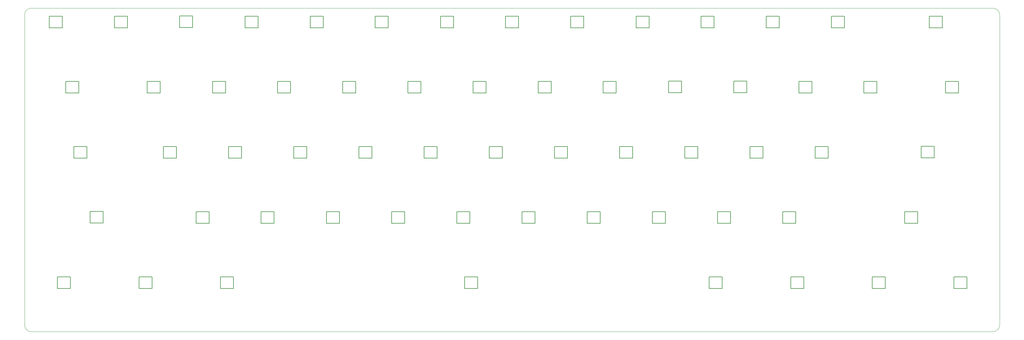
<source format=gbr>
G04 #@! TF.GenerationSoftware,KiCad,Pcbnew,(5.1.0)-1*
G04 #@! TF.CreationDate,2019-11-21T22:17:20+08:00*
G04 #@! TF.ProjectId,keyboard,6b657962-6f61-4726-942e-6b696361645f,B*
G04 #@! TF.SameCoordinates,Original*
G04 #@! TF.FileFunction,Profile,NP*
%FSLAX46Y46*%
G04 Gerber Fmt 4.6, Leading zero omitted, Abs format (unit mm)*
G04 Created by KiCad (PCBNEW (5.1.0)-1) date 2019-11-21 22:17:20*
%MOMM*%
%LPD*%
G04 APERTURE LIST*
%ADD10C,0.099100*%
%ADD11C,0.150000*%
G04 APERTURE END LIST*
D10*
X64290000Y-64620000D02*
G75*
G03X62290000Y-66620000I0J-2000000D01*
G01*
X62290000Y-157220000D02*
G75*
G03X64290000Y-159220000I2000000J0D01*
G01*
X345290000Y-159220000D02*
G75*
G03X347290000Y-157220000I0J2000000D01*
G01*
X347290000Y-66620000D02*
G75*
G03X345290000Y-64620000I-2000000J0D01*
G01*
X62290000Y-157221200D02*
X62290000Y-66618800D01*
X345290000Y-159220000D02*
X64290000Y-159220000D01*
X347290000Y-66618800D02*
X347290000Y-157221200D01*
X64290000Y-64620000D02*
X345290000Y-64620000D01*
D11*
X250525200Y-89345948D02*
X254325200Y-89345948D01*
X250525200Y-89345948D02*
X250525200Y-85945948D01*
X250525200Y-85945948D02*
X254325200Y-85945948D01*
X254325200Y-89345948D02*
X254325200Y-85945948D01*
X333888000Y-146584848D02*
X337688000Y-146584848D01*
X333888000Y-146584848D02*
X333888000Y-143184848D01*
X333888000Y-143184848D02*
X337688000Y-143184848D01*
X337688000Y-146584848D02*
X337688000Y-143184848D01*
X310062800Y-146546748D02*
X313862800Y-146546748D01*
X310062800Y-146546748D02*
X310062800Y-143146748D01*
X310062800Y-143146748D02*
X313862800Y-143146748D01*
X313862800Y-146546748D02*
X313862800Y-143146748D01*
X286288400Y-146546748D02*
X290088400Y-146546748D01*
X286288400Y-146546748D02*
X286288400Y-143146748D01*
X286288400Y-143146748D02*
X290088400Y-143146748D01*
X290088400Y-146546748D02*
X290088400Y-143146748D01*
X262412400Y-146546748D02*
X266212400Y-146546748D01*
X262412400Y-146546748D02*
X262412400Y-143146748D01*
X262412400Y-143146748D02*
X266212400Y-143146748D01*
X266212400Y-146546748D02*
X266212400Y-143146748D01*
X190936800Y-146546748D02*
X194736800Y-146546748D01*
X190936800Y-146546748D02*
X190936800Y-143146748D01*
X190936800Y-143146748D02*
X194736800Y-143146748D01*
X194736800Y-146546748D02*
X194736800Y-143146748D01*
X119562800Y-146597548D02*
X123362800Y-146597548D01*
X119562800Y-146597548D02*
X119562800Y-143197548D01*
X119562800Y-143197548D02*
X123362800Y-143197548D01*
X123362800Y-146597548D02*
X123362800Y-143197548D01*
X95737600Y-146546748D02*
X99537600Y-146546748D01*
X95737600Y-146546748D02*
X95737600Y-143146748D01*
X95737600Y-143146748D02*
X99537600Y-143146748D01*
X99537600Y-146546748D02*
X99537600Y-143146748D01*
X71912400Y-146546748D02*
X75712400Y-146546748D01*
X71912400Y-146546748D02*
X71912400Y-143146748D01*
X71912400Y-143146748D02*
X75712400Y-143146748D01*
X75712400Y-146546748D02*
X75712400Y-143146748D01*
X81462800Y-127445948D02*
X85262800Y-127445948D01*
X81462800Y-127445948D02*
X81462800Y-124045948D01*
X81462800Y-124045948D02*
X85262800Y-124045948D01*
X85262800Y-127445948D02*
X85262800Y-124045948D01*
X112400000Y-127496748D02*
X116200000Y-127496748D01*
X112400000Y-127496748D02*
X112400000Y-124096748D01*
X112400000Y-124096748D02*
X116200000Y-124096748D01*
X116200000Y-127496748D02*
X116200000Y-124096748D01*
X131399200Y-127496748D02*
X135199200Y-127496748D01*
X131399200Y-127496748D02*
X131399200Y-124096748D01*
X131399200Y-124096748D02*
X135199200Y-124096748D01*
X135199200Y-127496748D02*
X135199200Y-124096748D01*
X150500000Y-127496748D02*
X154300000Y-127496748D01*
X150500000Y-127496748D02*
X150500000Y-124096748D01*
X150500000Y-124096748D02*
X154300000Y-124096748D01*
X154300000Y-127496748D02*
X154300000Y-124096748D01*
X169550000Y-127496748D02*
X173350000Y-127496748D01*
X169550000Y-127496748D02*
X169550000Y-124096748D01*
X169550000Y-124096748D02*
X173350000Y-124096748D01*
X173350000Y-127496748D02*
X173350000Y-124096748D01*
X188600000Y-127496748D02*
X192400000Y-127496748D01*
X188600000Y-127496748D02*
X188600000Y-124096748D01*
X188600000Y-124096748D02*
X192400000Y-124096748D01*
X192400000Y-127496748D02*
X192400000Y-124096748D01*
X207650000Y-127496748D02*
X211450000Y-127496748D01*
X207650000Y-127496748D02*
X207650000Y-124096748D01*
X207650000Y-124096748D02*
X211450000Y-124096748D01*
X211450000Y-127496748D02*
X211450000Y-124096748D01*
X226700000Y-127496748D02*
X230500000Y-127496748D01*
X226700000Y-127496748D02*
X226700000Y-124096748D01*
X226700000Y-124096748D02*
X230500000Y-124096748D01*
X230500000Y-127496748D02*
X230500000Y-124096748D01*
X245750000Y-127496748D02*
X249550000Y-127496748D01*
X245750000Y-127496748D02*
X245750000Y-124096748D01*
X245750000Y-124096748D02*
X249550000Y-124096748D01*
X249550000Y-127496748D02*
X249550000Y-124096748D01*
X264800000Y-127547548D02*
X268600000Y-127547548D01*
X264800000Y-127547548D02*
X264800000Y-124147548D01*
X264800000Y-124147548D02*
X268600000Y-124147548D01*
X268600000Y-127547548D02*
X268600000Y-124147548D01*
X283850000Y-127547548D02*
X287650000Y-127547548D01*
X283850000Y-127547548D02*
X283850000Y-124147548D01*
X283850000Y-124147548D02*
X287650000Y-124147548D01*
X287650000Y-127547548D02*
X287650000Y-124147548D01*
X319562400Y-127547548D02*
X323362400Y-127547548D01*
X319562400Y-127547548D02*
X319562400Y-124147548D01*
X319562400Y-124147548D02*
X323362400Y-124147548D01*
X323362400Y-127547548D02*
X323362400Y-124147548D01*
X324337600Y-108395948D02*
X328137600Y-108395948D01*
X324337600Y-108395948D02*
X324337600Y-104995948D01*
X324337600Y-104995948D02*
X328137600Y-104995948D01*
X328137600Y-108395948D02*
X328137600Y-104995948D01*
X293400400Y-108497548D02*
X297200400Y-108497548D01*
X293400400Y-108497548D02*
X293400400Y-105097548D01*
X293400400Y-105097548D02*
X297200400Y-105097548D01*
X297200400Y-108497548D02*
X297200400Y-105097548D01*
X274299600Y-108446748D02*
X278099600Y-108446748D01*
X274299600Y-108446748D02*
X274299600Y-105046748D01*
X274299600Y-105046748D02*
X278099600Y-105046748D01*
X278099600Y-108446748D02*
X278099600Y-105046748D01*
X255249600Y-108446748D02*
X259049600Y-108446748D01*
X255249600Y-108446748D02*
X255249600Y-105046748D01*
X255249600Y-105046748D02*
X259049600Y-105046748D01*
X259049600Y-108446748D02*
X259049600Y-105046748D01*
X236199600Y-108446748D02*
X239999600Y-108446748D01*
X236199600Y-108446748D02*
X236199600Y-105046748D01*
X236199600Y-105046748D02*
X239999600Y-105046748D01*
X239999600Y-108446748D02*
X239999600Y-105046748D01*
X217149600Y-108446748D02*
X220949600Y-108446748D01*
X217149600Y-108446748D02*
X217149600Y-105046748D01*
X217149600Y-105046748D02*
X220949600Y-105046748D01*
X220949600Y-108446748D02*
X220949600Y-105046748D01*
X198099600Y-108446748D02*
X201899600Y-108446748D01*
X198099600Y-108446748D02*
X198099600Y-105046748D01*
X198099600Y-105046748D02*
X201899600Y-105046748D01*
X201899600Y-108446748D02*
X201899600Y-105046748D01*
X179100400Y-108446748D02*
X182900400Y-108446748D01*
X179100400Y-108446748D02*
X179100400Y-105046748D01*
X179100400Y-105046748D02*
X182900400Y-105046748D01*
X182900400Y-108446748D02*
X182900400Y-105046748D01*
X160050400Y-108446748D02*
X163850400Y-108446748D01*
X160050400Y-108446748D02*
X160050400Y-105046748D01*
X160050400Y-105046748D02*
X163850400Y-105046748D01*
X163850400Y-108446748D02*
X163850400Y-105046748D01*
X141000400Y-108446748D02*
X144800400Y-108446748D01*
X141000400Y-108446748D02*
X141000400Y-105046748D01*
X141000400Y-105046748D02*
X144800400Y-105046748D01*
X144800400Y-108446748D02*
X144800400Y-105046748D01*
X121950400Y-108446748D02*
X125750400Y-108446748D01*
X121950400Y-108446748D02*
X121950400Y-105046748D01*
X121950400Y-105046748D02*
X125750400Y-105046748D01*
X125750400Y-108446748D02*
X125750400Y-105046748D01*
X102849600Y-108446748D02*
X106649600Y-108446748D01*
X102849600Y-108446748D02*
X102849600Y-105046748D01*
X102849600Y-105046748D02*
X106649600Y-105046748D01*
X106649600Y-108446748D02*
X106649600Y-105046748D01*
X76687600Y-108446748D02*
X80487600Y-108446748D01*
X76687600Y-108446748D02*
X76687600Y-105046748D01*
X76687600Y-105046748D02*
X80487600Y-105046748D01*
X80487600Y-108446748D02*
X80487600Y-105046748D01*
X74300000Y-89396748D02*
X78100000Y-89396748D01*
X74300000Y-89396748D02*
X74300000Y-85996748D01*
X74300000Y-85996748D02*
X78100000Y-85996748D01*
X78100000Y-89396748D02*
X78100000Y-85996748D01*
X98125200Y-89396748D02*
X101925200Y-89396748D01*
X98125200Y-89396748D02*
X98125200Y-85996748D01*
X98125200Y-85996748D02*
X101925200Y-85996748D01*
X101925200Y-89396748D02*
X101925200Y-85996748D01*
X117276800Y-89396748D02*
X121076800Y-89396748D01*
X117276800Y-89396748D02*
X117276800Y-85996748D01*
X117276800Y-85996748D02*
X121076800Y-85996748D01*
X121076800Y-89396748D02*
X121076800Y-85996748D01*
X136225200Y-89396748D02*
X140025200Y-89396748D01*
X136225200Y-89396748D02*
X136225200Y-85996748D01*
X136225200Y-85996748D02*
X140025200Y-85996748D01*
X140025200Y-89396748D02*
X140025200Y-85996748D01*
X155275200Y-89396748D02*
X159075200Y-89396748D01*
X155275200Y-89396748D02*
X155275200Y-85996748D01*
X155275200Y-85996748D02*
X159075200Y-85996748D01*
X159075200Y-89396748D02*
X159075200Y-85996748D01*
X174325200Y-89396748D02*
X178125200Y-89396748D01*
X174325200Y-89396748D02*
X174325200Y-85996748D01*
X174325200Y-85996748D02*
X178125200Y-85996748D01*
X178125200Y-89396748D02*
X178125200Y-85996748D01*
X193375200Y-89447548D02*
X197175200Y-89447548D01*
X193375200Y-89447548D02*
X193375200Y-86047548D01*
X193375200Y-86047548D02*
X197175200Y-86047548D01*
X197175200Y-89447548D02*
X197175200Y-86047548D01*
X212425200Y-89396748D02*
X216225200Y-89396748D01*
X212425200Y-89396748D02*
X212425200Y-85996748D01*
X212425200Y-85996748D02*
X216225200Y-85996748D01*
X216225200Y-89396748D02*
X216225200Y-85996748D01*
X231424400Y-89396748D02*
X235224400Y-89396748D01*
X231424400Y-89396748D02*
X231424400Y-85996748D01*
X231424400Y-85996748D02*
X235224400Y-85996748D01*
X235224400Y-89396748D02*
X235224400Y-85996748D01*
X269575200Y-89345948D02*
X273375200Y-89345948D01*
X269575200Y-89345948D02*
X269575200Y-85945948D01*
X269575200Y-85945948D02*
X273375200Y-85945948D01*
X273375200Y-89345948D02*
X273375200Y-85945948D01*
X288625200Y-89447548D02*
X292425200Y-89447548D01*
X288625200Y-89447548D02*
X288625200Y-86047548D01*
X288625200Y-86047548D02*
X292425200Y-86047548D01*
X292425200Y-89447548D02*
X292425200Y-86047548D01*
X307624400Y-89396748D02*
X311424400Y-89396748D01*
X307624400Y-89396748D02*
X307624400Y-85996748D01*
X307624400Y-85996748D02*
X311424400Y-85996748D01*
X311424400Y-89396748D02*
X311424400Y-85996748D01*
X331500400Y-89396748D02*
X335300400Y-89396748D01*
X331500400Y-89396748D02*
X331500400Y-85996748D01*
X331500400Y-85996748D02*
X335300400Y-85996748D01*
X335300400Y-89396748D02*
X335300400Y-85996748D01*
X326725200Y-70346748D02*
X330525200Y-70346748D01*
X326725200Y-70346748D02*
X326725200Y-66946748D01*
X326725200Y-66946748D02*
X330525200Y-66946748D01*
X330525200Y-70346748D02*
X330525200Y-66946748D01*
X298124800Y-70346748D02*
X301924800Y-70346748D01*
X298124800Y-70346748D02*
X298124800Y-66946748D01*
X298124800Y-66946748D02*
X301924800Y-66946748D01*
X301924800Y-70346748D02*
X301924800Y-66946748D01*
X279074800Y-70346748D02*
X282874800Y-70346748D01*
X279074800Y-70346748D02*
X279074800Y-66946748D01*
X279074800Y-66946748D02*
X282874800Y-66946748D01*
X282874800Y-70346748D02*
X282874800Y-66946748D01*
X260024800Y-70346748D02*
X263824800Y-70346748D01*
X260024800Y-70346748D02*
X260024800Y-66946748D01*
X260024800Y-66946748D02*
X263824800Y-66946748D01*
X263824800Y-70346748D02*
X263824800Y-66946748D01*
X241025600Y-70346748D02*
X244825600Y-70346748D01*
X241025600Y-70346748D02*
X241025600Y-66946748D01*
X241025600Y-66946748D02*
X244825600Y-66946748D01*
X244825600Y-70346748D02*
X244825600Y-66946748D01*
X221924800Y-70346748D02*
X225724800Y-70346748D01*
X221924800Y-70346748D02*
X221924800Y-66946748D01*
X221924800Y-66946748D02*
X225724800Y-66946748D01*
X225724800Y-70346748D02*
X225724800Y-66946748D01*
X202874800Y-70346748D02*
X206674800Y-70346748D01*
X202874800Y-70346748D02*
X202874800Y-66946748D01*
X202874800Y-66946748D02*
X206674800Y-66946748D01*
X206674800Y-70346748D02*
X206674800Y-66946748D01*
X183875600Y-70397548D02*
X187675600Y-70397548D01*
X183875600Y-70397548D02*
X183875600Y-66997548D01*
X183875600Y-66997548D02*
X187675600Y-66997548D01*
X187675600Y-70397548D02*
X187675600Y-66997548D01*
X164774800Y-70346748D02*
X168574800Y-70346748D01*
X164774800Y-70346748D02*
X164774800Y-66946748D01*
X164774800Y-66946748D02*
X168574800Y-66946748D01*
X168574800Y-70346748D02*
X168574800Y-66946748D01*
X145775600Y-70397548D02*
X149575600Y-70397548D01*
X145775600Y-70397548D02*
X145775600Y-66997548D01*
X145775600Y-66997548D02*
X149575600Y-66997548D01*
X149575600Y-70397548D02*
X149575600Y-66997548D01*
X126725600Y-70397548D02*
X130525600Y-70397548D01*
X126725600Y-70397548D02*
X126725600Y-66997548D01*
X126725600Y-66997548D02*
X130525600Y-66997548D01*
X130525600Y-70397548D02*
X130525600Y-66997548D01*
X107574000Y-70295948D02*
X111374000Y-70295948D01*
X107574000Y-70295948D02*
X107574000Y-66895948D01*
X107574000Y-66895948D02*
X111374000Y-66895948D01*
X111374000Y-70295948D02*
X111374000Y-66895948D01*
X88574800Y-70346748D02*
X92374800Y-70346748D01*
X88574800Y-70346748D02*
X88574800Y-66946748D01*
X88574800Y-66946748D02*
X92374800Y-66946748D01*
X92374800Y-70346748D02*
X92374800Y-66946748D01*
X69524800Y-70346748D02*
X73324800Y-70346748D01*
X69524800Y-70346748D02*
X69524800Y-66946748D01*
X69524800Y-66946748D02*
X73324800Y-66946748D01*
X73324800Y-70346748D02*
X73324800Y-66946748D01*
M02*

</source>
